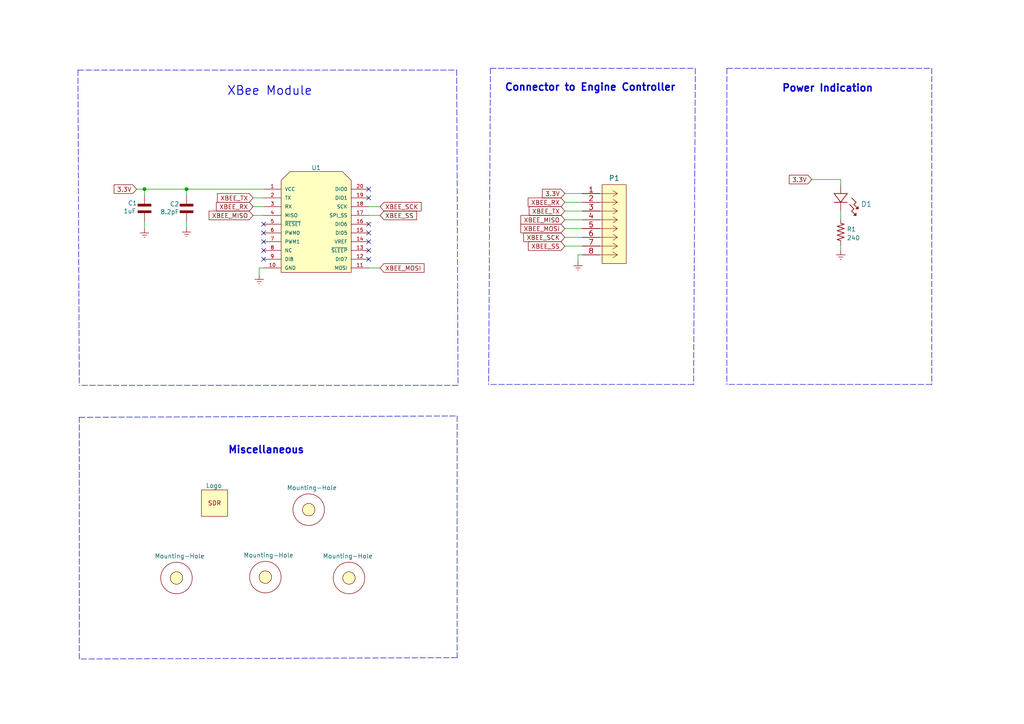
<source format=kicad_sch>
(kicad_sch (version 20211123) (generator eeschema)
  (paper "A4")
  (title_block (title "Wireless Module") (date "2023-02-27") (rev "1.0") (company "Sun Devil Rocketry") (comment 1 "Author: Colton Acosta"))
  (lib_symbols
    (symbol "Earth_2" (power) (pin_names (offset 0))
      (symbol "Earth_2_0_1"
        (polyline (pts (xy -0.635 -1.905) (xy 0.635 -1.905)))
        (polyline (pts (xy -0.127 -2.54) (xy 0.127 -2.54)))
        (polyline (pts (xy 0 -1.27) (xy 0 0)))
        (polyline (pts (xy 1.27 -1.27) (xy -1.27 -1.27)))
      )
      (symbol "Earth_2_1_1"
        (pin power_in line (at 0 0 270) (length 0) hide (name "Earth") (number "1"))
      )
    )
    (symbol "Engine-Controller:5015680807" (pin_names (offset 0.254) hide)
      (property "Reference" "P" (at 8.89 6.35 0))
      (symbol "5015680807_0_1"
        (rectangle (start 5.715 2.54) (end 12.7 -20.32) (stroke (width 0.1524)) (fill (type background)))
      )
      (symbol "5015680807_1_1"
        (polyline (pts (xy 10.16 -17.78) (xy 5.08 -17.78)) (stroke (width 0.127)))
        (polyline (pts (xy 10.16 -17.78) (xy 8.89 -18.6182)) (stroke (width 0.127)))
        (polyline (pts (xy 10.16 -17.78) (xy 8.89 -16.9418)) (stroke (width 0.127)))
        (polyline (pts (xy 10.16 -15.24) (xy 5.08 -15.24)) (stroke (width 0.127)))
        (polyline (pts (xy 10.16 -15.24) (xy 8.89 -16.0782)) (stroke (width 0.127)))
        (polyline (pts (xy 10.16 -15.24) (xy 8.89 -14.4018)) (stroke (width 0.127)))
        (polyline (pts (xy 10.16 -12.7) (xy 5.08 -12.7)) (stroke (width 0.127)))
        (polyline (pts (xy 10.16 -12.7) (xy 8.89 -13.5382)) (stroke (width 0.127)))
        (polyline (pts (xy 10.16 -12.7) (xy 8.89 -11.8618)) (stroke (width 0.127)))
        (polyline (pts (xy 10.16 -10.16) (xy 5.08 -10.16)) (stroke (width 0.127)))
        (polyline (pts (xy 10.16 -10.16) (xy 8.89 -10.9982)) (stroke (width 0.127)))
        (polyline (pts (xy 10.16 -10.16) (xy 8.89 -9.3218)) (stroke (width 0.127)))
        (polyline (pts (xy 10.16 -7.62) (xy 5.08 -7.62)) (stroke (width 0.127)))
        (polyline (pts (xy 10.16 -7.62) (xy 8.89 -8.4582)) (stroke (width 0.127)))
        (polyline (pts (xy 10.16 -7.62) (xy 8.89 -6.7818)) (stroke (width 0.127)))
        (polyline (pts (xy 10.16 -5.08) (xy 5.08 -5.08)) (stroke (width 0.127)))
        (polyline (pts (xy 10.16 -5.08) (xy 8.89 -5.9182)) (stroke (width 0.127)))
        (polyline (pts (xy 10.16 -5.08) (xy 8.89 -4.2418)) (stroke (width 0.127)))
        (polyline (pts (xy 10.16 -2.54) (xy 5.08 -2.54)) (stroke (width 0.127)))
        (polyline (pts (xy 10.16 -2.54) (xy 8.89 -3.3782)) (stroke (width 0.127)))
        (polyline (pts (xy 10.16 -2.54) (xy 8.89 -1.7018)) (stroke (width 0.127)))
        (polyline (pts (xy 10.16 0) (xy 5.08 0)) (stroke (width 0.127)))
        (polyline (pts (xy 10.16 0) (xy 8.89 -0.8382)) (stroke (width 0.127)))
        (polyline (pts (xy 10.16 0) (xy 8.89 0.8382)) (stroke (width 0.127)))
        (pin passive line (at 0 0 0) (length 5.08) (name "1") (number "1"))
        (pin passive line (at 0 -2.54 0) (length 5.08) (name "2") (number "2"))
        (pin passive line (at 0 -5.08 0) (length 5.08) (name "3") (number "3"))
        (pin passive line (at 0 -7.62 0) (length 5.08) (name "4") (number "4"))
        (pin passive line (at 0 -10.16 0) (length 5.08) (name "5") (number "5"))
        (pin passive line (at 0 -12.7 0) (length 5.08) (name "6") (number "6"))
        (pin passive line (at 0 -15.24 0) (length 5.08) (name "7") (number "7"))
        (pin passive line (at 0 -17.78 0) (length 5.08) (name "8") (number "8"))
      )
    )
    (symbol "Engine-Controller:Logo" (pin_names (offset 1.016))
      (property "Reference" "LOGO" (at 0 5.08 0))
      (property "Value" "Engine-Controller_Logo" (at 0 -5.08 0))
      (symbol "Logo_0_0"
        (text "SDR" (at 0 0 0) (effects (font (size 1.27 1.27))))
      )
      (symbol "Logo_0_1"
        (rectangle (start -3.81 3.81) (end 3.81 -3.81) (fill (type background)))
      )
    )
    (symbol "Engine-Controller:Mounting-Hole" (pin_names (offset 1.016))
      (property "Reference" "H" (at 0 6.35 0))
      (property "Value" "Engine-Controller_Mounting-Hole" (at 0 -5.08 0))
      (symbol "Mounting-Hole_0_1"
        (circle (center 0 0) (radius 1.8034) (fill (type background)))
        (circle (center 0 0) (radius 4.572))
      )
    )
    (symbol "Ground-Station-Telemetry:Earth" (power) (pin_names (offset 0))
      (symbol "Earth_0_1"
        (polyline (pts (xy -0.635 -1.905) (xy 0.635 -1.905)))
        (polyline (pts (xy -0.127 -2.54) (xy 0.127 -2.54)))
        (polyline (pts (xy 0 -1.27) (xy 0 0)))
        (polyline (pts (xy 1.27 -1.27) (xy -1.27 -1.27)))
      )
      (symbol "Earth_1_1"
        (pin power_in line (at 0 0 270) (length 0) hide (name "Earth") (number "1"))
      )
    )
    (symbol "Ground-Station-Telemetry:XB24CDMPIT-001" (pin_names (offset 1.016))
      (property "Reference" "U" (at -3.175 16.51 0))
      (symbol "XB24CDMPIT-001_0_0"
        (pin bidirectional line (at -15.24 10.16 0) (length 5.08) (name "VCC") (number "1"))
        (pin bidirectional line (at -15.24 -12.7 0) (length 5.08) (name "GND") (number "10"))
        (pin bidirectional line (at 15.24 -12.7 180) (length 5.08) (name "MOSI") (number "11"))
        (pin bidirectional line (at 15.24 -10.16 180) (length 5.08) (name "DI07") (number "12"))
        (pin bidirectional line (at 15.24 -7.62 180) (length 5.08) (name "~{SLEEP}") (number "13"))
        (pin bidirectional line (at 15.24 -5.08 180) (length 5.08) (name "VREF") (number "14"))
        (pin bidirectional line (at 15.24 -2.54 180) (length 5.08) (name "DI05") (number "15"))
        (pin bidirectional line (at 15.24 0 180) (length 5.08) (name "DIO6") (number "16"))
        (pin bidirectional line (at 15.24 2.54 180) (length 5.08) (name "SPI_SS") (number "17"))
        (pin bidirectional line (at 15.24 5.08 180) (length 5.08) (name "SCK") (number "18"))
        (pin bidirectional line (at 15.24 7.62 180) (length 5.08) (name "DIO1") (number "19"))
        (pin bidirectional line (at -15.24 7.62 0) (length 5.08) (name "TX") (number "2"))
        (pin bidirectional line (at 15.24 10.16 180) (length 5.08) (name "DIO0") (number "20"))
        (pin bidirectional line (at -15.24 5.08 0) (length 5.08) (name "RX") (number "3"))
        (pin bidirectional line (at -15.24 2.54 0) (length 5.08) (name "MISO") (number "4"))
        (pin bidirectional line (at -15.24 0 0) (length 5.08) (name "~{RESET}") (number "5"))
        (pin bidirectional line (at -15.24 -2.54 0) (length 5.08) (name "PWM0") (number "6"))
        (pin bidirectional line (at -15.24 -5.08 0) (length 5.08) (name "PWM1") (number "7"))
        (pin bidirectional line (at -15.24 -7.62 0) (length 5.08) (name "NC") (number "8"))
        (pin bidirectional line (at -15.24 -10.16 0) (length 5.08) (name "DI8") (number "9"))
      )
      (symbol "XB24CDMPIT-001_1_1"
        (polyline (pts (xy -10.16 -13.97) (xy -10.16 12.7) (xy -7.62 15.24) (xy 7.62 15.24) (xy 10.16 12.7) (xy 10.16 -13.97) (xy -10.16 -13.97)) (stroke (width 0.1524)) (fill (type background)))
      )
    )
    (symbol "Wireless-Module:CAP_0603" (pin_numbers hide) (pin_names (offset 1.016) hide)
      (property "Reference" "C" (at -1.27 3.81 0))
      (property "Value" "CAP_0603" (at -3.81 -3.81 0))
      (symbol "CAP_0603_0_0"
        (rectangle (start -1.27 -1.905) (end -0.635 1.905) (fill (type outline)))
        (rectangle (start 0.635 -1.905) (end 1.27 1.905) (fill (type outline)))
        (pin passive line (at 3.81 0 180) (length 2.54) (name "~") (number "1"))
        (pin passive line (at -3.81 0 0) (length 2.54) (name "~") (number "2"))
      )
    )
    (symbol "Wireless-Module:Earth" (power) (pin_names (offset 0))
      (symbol "Earth_0_1"
        (polyline (pts (xy -0.635 -1.905) (xy 0.635 -1.905)))
        (polyline (pts (xy -0.127 -2.54) (xy 0.127 -2.54)))
        (polyline (pts (xy 0 -1.27) (xy 0 0)))
        (polyline (pts (xy 1.27 -1.27) (xy -1.27 -1.27)))
      )
      (symbol "Earth_1_1"
        (pin power_in line (at 0 0 270) (length 0) hide (name "Earth") (number "1"))
      )
    )
    (symbol "Wireless-Module:RES_0603" (pin_numbers hide) (pin_names (offset 1.016) hide)
      (property "Reference" "R" (at -1.27 1.27 0))
      (property "Value" "RES_0603" (at -3.81 -2.54 0))
      (symbol "RES_0603_0_0"
        (polyline (pts (xy -2.54 0) (xy -2.159 1.016)) (stroke (width 0.2032)))
        (polyline (pts (xy -2.159 1.016) (xy -1.524 -1.016)) (stroke (width 0.2032)))
        (polyline (pts (xy -1.524 -1.016) (xy -0.889 1.016)) (stroke (width 0.2032)))
        (polyline (pts (xy -0.889 1.016) (xy -0.254 -1.016)) (stroke (width 0.2032)))
        (polyline (pts (xy -0.254 -1.016) (xy 0.381 1.016)) (stroke (width 0.2032)))
        (polyline (pts (xy 0.381 1.016) (xy 1.016 -1.016)) (stroke (width 0.2032)))
        (polyline (pts (xy 1.016 -1.016) (xy 1.651 1.016)) (stroke (width 0.2032)))
        (polyline (pts (xy 1.651 1.016) (xy 2.286 -1.016)) (stroke (width 0.2032)))
        (polyline (pts (xy 2.286 -1.016) (xy 2.54 0)) (stroke (width 0.2032)))
        (pin passive line (at -3.81 0 0) (length 1.27) (name "~") (number "1"))
        (pin passive line (at 3.81 0 180) (length 1.27) (name "~") (number "2"))
      )
    )
    (symbol "Wireless-Module:SML-LX1206GC-TR" (pin_numbers hide) (pin_names hide)
      (property "Reference" "D" (at 3.81 5.08 0))
      (symbol "SML-LX1206GC-TR_1_1"
        (polyline (pts (xy -1.905 0) (xy 1.905 0)) (stroke (width 0.2032)))
        (polyline (pts (xy -1.905 2.54) (xy 0 0)) (stroke (width 0.2032)))
        (polyline (pts (xy 0 0) (xy 0 -1.27)) (stroke (width 0.1524)))
        (polyline (pts (xy 0 0) (xy 1.905 2.54)) (stroke (width 0.2032)))
        (polyline (pts (xy 0 3.175) (xy 0 2.54)) (stroke (width 0.1524)))
        (polyline (pts (xy 0 3.81) (xy 0 2.8702)) (stroke (width 0.1524)))
        (polyline (pts (xy 1.905 2.54) (xy -1.905 2.54)) (stroke (width 0.2032)))
        (polyline (pts (xy 2.54 -0.635) (xy 3.81 -1.905)) (stroke (width 0.2032)))
        (polyline (pts (xy 3.175 -2.54) (xy 4.445 -3.81)) (stroke (width 0.2032)))
        (polyline (pts (xy 3.175 1.27) (xy 4.445 0)) (stroke (width 0.2032)))
        (polyline (pts (xy 3.81 -3.81) (xy 4.445 -3.81)) (stroke (width 0.2032)))
        (polyline (pts (xy 3.81 -1.905) (xy 3.175 -2.54)) (stroke (width 0.2032)))
        (polyline (pts (xy 3.81 -0.635) (xy 5.08 -1.905)) (stroke (width 0.2032)))
        (polyline (pts (xy 4.445 -3.81) (xy 4.445 -3.175)) (stroke (width 0.2032)))
        (polyline (pts (xy 4.445 -3.175) (xy 3.81 -3.81)) (stroke (width 0.2032)))
        (polyline (pts (xy 4.445 -1.905) (xy 5.08 -1.905)) (stroke (width 0.2032)))
        (polyline (pts (xy 4.445 0) (xy 3.81 -0.635)) (stroke (width 0.2032)))
        (polyline (pts (xy 5.08 -1.905) (xy 5.08 -1.27)) (stroke (width 0.2032)))
        (polyline (pts (xy 5.08 -1.27) (xy 4.445 -1.905)) (stroke (width 0.2032)))
        (pin passive line (at 0 -2.54 90) (length 1.27) (name "1") (number "1"))
        (pin passive line (at 0 5.08 270) (length 1.27) (name "2") (number "2"))
      )
    )
  )
  (junction (at 41.91 54.864))
  (junction (at 54.102 54.864))
  (no_connect (at 76.454 70.104))
  (no_connect (at 106.934 54.864))
  (no_connect (at 106.934 75.184))
  (no_connect (at 106.934 72.644))
  (no_connect (at 106.934 65.024))
  (no_connect (at 76.454 65.024))
  (no_connect (at 76.454 72.644))
  (no_connect (at 106.934 57.404))
  (no_connect (at 76.454 75.184))
  (no_connect (at 106.934 67.564))
  (no_connect (at 76.454 67.564))
  (no_connect (at 106.934 70.104))
  (wire (pts (xy 73.406 62.484) (xy 76.454 62.484)))
  (wire (pts (xy 106.934 77.724) (xy 110.236 77.724)))
  (polyline (pts (xy 270.256 111.506) (xy 210.82 111.506)))
  (wire (pts (xy 75.184 77.724) (xy 75.184 79.756)))
  (wire (pts (xy 163.83 61.214) (xy 168.91 61.214)))
  (wire (pts (xy 54.102 54.864) (xy 76.454 54.864)))
  (wire (pts (xy 163.83 66.294) (xy 168.91 66.294)))
  (wire (pts (xy 41.91 54.864) (xy 54.102 54.864)))
  (wire (pts (xy 54.102 64.262) (xy 54.102 66.04)))
  (wire (pts (xy 163.83 71.374) (xy 168.91 71.374)))
  (polyline (pts (xy 132.461 20.32) (xy 132.842 111.76)))
  (wire (pts (xy 168.91 73.914) (xy 167.64 73.914)))
  (polyline (pts (xy 142.24 19.812) (xy 141.732 111.506)))
  (wire (pts (xy 41.91 64.262) (xy 41.91 66.294)))
  (polyline (pts (xy 22.606 20.32) (xy 22.987 111.76)))
  (wire (pts (xy 106.934 62.484) (xy 110.236 62.484)))
  (wire (pts (xy 235.458 52.07) (xy 243.84 52.07)))
  (polyline (pts (xy 210.82 19.812) (xy 210.82 111.506)))
  (wire (pts (xy 243.84 71.12) (xy 243.84 72.644)))
  (polyline (pts (xy 22.606 20.32) (xy 132.461 20.32)))
  (wire (pts (xy 243.84 61.214) (xy 243.84 63.5)))
  (wire (pts (xy 76.454 77.724) (xy 75.184 77.724)))
  (polyline (pts (xy 132.588 120.65) (xy 132.588 190.754)))
  (wire (pts (xy 73.406 59.944) (xy 76.454 59.944)))
  (polyline (pts (xy 270.256 19.812) (xy 270.256 111.506)))
  (wire (pts (xy 167.64 73.914) (xy 167.64 75.819)))
  (polyline (pts (xy 142.24 19.812) (xy 201.676 19.812)))
  (polyline (pts (xy 201.168 111.506) (xy 141.732 111.506)))
  (wire (pts (xy 39.624 54.864) (xy 41.91 54.864)))
  (wire (pts (xy 73.406 57.404) (xy 76.454 57.404)))
  (wire (pts (xy 163.83 56.134) (xy 168.91 56.134)))
  (polyline (pts (xy 22.987 121.031) (xy 132.588 120.65)))
  (polyline (pts (xy 22.987 191.135) (xy 22.987 121.031)))
  (wire (pts (xy 163.83 58.674) (xy 168.91 58.674)))
  (wire (pts (xy 41.91 54.864) (xy 41.91 56.642)))
  (wire (pts (xy 106.934 59.944) (xy 110.236 59.944)))
  (wire (pts (xy 243.84 52.07) (xy 243.84 53.594)))
  (polyline (pts (xy 132.588 190.754) (xy 22.987 191.135)))
  (wire (pts (xy 163.83 68.834) (xy 168.91 68.834)))
  (wire (pts (xy 163.83 63.754) (xy 168.91 63.754)))
  (polyline (pts (xy 210.82 19.812) (xy 270.256 19.812)))
  (polyline (pts (xy 201.676 19.812) (xy 201.168 111.506)))
  (wire (pts (xy 54.102 54.864) (xy 54.102 56.642)))
  (polyline (pts (xy 132.842 111.76) (xy 22.987 111.76)))
  (text "XBee Module" (at 65.786 27.94 0) (effects (font (size 2.54 2.54) (thickness 0.254) bold) (justify left bottom)))
  (text "Connector to Engine Controller" (at 146.304 26.67 0) (effects (font (size 2.08 2.08) (thickness 0.416) bold) (justify left bottom)))
  (text "Miscellaneous" (at 66.04 131.826 0) (effects (font (size 2.08 2.08) (thickness 0.416) bold) (justify left bottom)))
  (text "Power Indication" (at 226.695 26.924 0) (effects (font (size 2.08 2.08) (thickness 0.416) bold) (justify left bottom)))
  (global_label "XBEE_SCK" (shape input) (at 110.236 59.944 0) (property "Intersheet References" "${INTERSHEET_REFS}" (effects hide)))
  (global_label "3.3V" (shape input) (at 163.83 56.134 180) (property "Intersheet References" "${INTERSHEET_REFS}" (effects hide)))
  (global_label "XBEE_RX" (shape input) (at 163.83 58.674 180) (property "Intersheet References" "${INTERSHEET_REFS}" (effects hide)))
  (global_label "XBEE_TX" (shape input) (at 163.83 61.214 180) (property "Intersheet References" "${INTERSHEET_REFS}" (effects hide)))
  (global_label "XBEE_MOSI" (shape input) (at 110.236 77.724 0) (property "Intersheet References" "${INTERSHEET_REFS}" (effects hide)))
  (global_label "XBEE_MOSI" (shape input) (at 163.83 66.294 180) (property "Intersheet References" "${INTERSHEET_REFS}" (effects hide)))
  (global_label "3.3V" (shape input) (at 39.624 54.864 180) (property "Intersheet References" "${INTERSHEET_REFS}" (effects hide)))
  (global_label "XBEE_TX" (shape input) (at 73.406 57.404 180) (property "Intersheet References" "${INTERSHEET_REFS}" (effects hide)))
  (global_label "XBEE_SS" (shape input) (at 163.83 71.374 180) (property "Intersheet References" "${INTERSHEET_REFS}" (effects hide)))
  (global_label "XBEE_SCK" (shape input) (at 163.83 68.834 180) (property "Intersheet References" "${INTERSHEET_REFS}" (effects hide)))
  (global_label "XBEE_MISO" (shape input) (at 73.406 62.484 180) (property "Intersheet References" "${INTERSHEET_REFS}" (effects hide)))
  (global_label "XBEE_SS" (shape input) (at 110.236 62.484 0) (property "Intersheet References" "${INTERSHEET_REFS}" (effects hide)))
  (global_label "XBEE_RX" (shape input) (at 73.406 59.944 180) (property "Intersheet References" "${INTERSHEET_REFS}" (effects hide)))
  (global_label "XBEE_MISO" (shape input) (at 163.83 63.754 180) (property "Intersheet References" "${INTERSHEET_REFS}" (effects hide)))
  (global_label "3.3V" (shape input) (at 235.458 52.07 180) (property "Intersheet References" "${INTERSHEET_REFS}" (effects hide)))
  (symbol (lib_name "Earth_2") (lib_id "Engine-Controller:Earth") (at 167.64 75.819 0) (unit 1)
    (property "Reference" "#PWR02" (effects hide))
    (property "Value" "Earth" (effects hide))
  )
  (symbol (lib_id "Engine-Controller:Logo") (at 62.23 145.923 0) (unit 1)
    (property "Reference" "LOGO1" (effects hide))
    (property "Value" "Logo" (at 59.69 140.843 0) (effects (justify left)))
    (property "Footprint" "Wireless-Module:Logo" (effects hide))
  )
  (symbol (lib_id "Engine-Controller:Mounting-Hole") (at 76.962 167.386 0) (unit 1)
    (property "Reference" "H2" (effects hide))
    (property "Value" "Mounting-Hole" (at 70.612 161.036 0) (effects (justify left)))
    (property "Footprint" "Wireless-Module:MountingHole_4.3mm_M4_DIN965" (effects hide))
  )
  (symbol (lib_id "Wireless-Module:RES_0603") (at 243.84 67.31 90) (unit 1)
    (property "Reference" "R1" (at 245.5926 66.4753 90) (effects (justify right)))
    (property "Value" "240" (at 245.5926 69.0122 90) (effects (justify right)))
    (property "Footprint" "Wireless-Module:RES_0603" (effects hide))
  )
  (symbol (lib_id "Wireless-Module:SML-LX1206GC-TR") (at 243.84 58.674 0) (unit 1)
    (property "Reference" "D1" (at 249.6566 59.2072 0) (effects (font (size 1.524 1.524)) (justify left)))
    (property "Value" "SML-LX1206GC-TR" (effects hide))
    (property "Footprint" "Wireless-Module:SML-LX1206GC-TR" (effects hide))
  )
  (symbol (lib_id "Ground-Station-Telemetry:Earth") (at 75.184 79.756 0) (unit 1)
    (property "Reference" "#PWR01" (effects hide))
    (property "Value" "Earth" (effects hide))
  )
  (symbol (lib_id "Engine-Controller:5015680807") (at 168.91 56.134 0) (unit 1)
    (property "Reference" "P1" (at 176.53 51.689 0) (effects (font (size 1.524 1.524)) (justify left)))
    (property "Value" "5015680807" (effects hide))
    (property "Footprint" "Wireless-Module:5015680807" (effects hide))
  )
  (symbol (lib_id "Ground-Station-Telemetry:Earth") (at 41.91 66.294 0) (unit 1)
    (property "Reference" "#PWR0102" (effects hide))
    (property "Value" "Earth" (effects hide))
  )
  (symbol (lib_id "Ground-Station-Telemetry:Earth") (at 54.102 66.04 0) (unit 1)
    (property "Reference" "#PWR0101" (effects hide))
    (property "Value" "Earth" (effects hide))
  )
  (symbol (lib_id "Wireless-Module:CAP_0603") (at 54.102 60.452 90) (unit 1)
    (property "Reference" "C2" (at 49.276 59.182 90) (effects (justify right)))
    (property "Value" "8.2pF" (at 46.482 61.468 90) (effects (justify right)))
    (property "Footprint" "Wireless-Module:CAP_0603" (effects hide))
  )
  (symbol (lib_id "Engine-Controller:Mounting-Hole") (at 101.219 167.64 0) (unit 1)
    (property "Reference" "H4" (effects hide))
    (property "Value" "Mounting-Hole" (at 93.599 161.29 0) (effects (justify left)))
    (property "Footprint" "Wireless-Module:MountingHole_4.3mm_M4_DIN965" (effects hide))
  )
  (symbol (lib_id "Ground-Station-Telemetry:XB24CDMPIT-001") (at 91.694 65.024 0) (unit 1)
    (property "Reference" "U1" (at 91.694 48.672 0))
    (property "Value" "XB24CDMPIT-001" (effects hide))
    (property "Footprint" "Wireless-Module:XBee" (effects hide))
  )
  (symbol (lib_id "Wireless-Module:Earth") (at 243.84 72.644 0) (unit 1)
    (property "Reference" "#PWR03" (effects hide))
    (property "Value" "Earth" (effects hide))
  )
  (symbol (lib_id "Engine-Controller:Mounting-Hole") (at 89.535 147.828 0) (unit 1)
    (property "Reference" "H3" (effects hide))
    (property "Value" "Mounting-Hole" (at 83.185 141.478 0) (effects (justify left)))
    (property "Footprint" "Wireless-Module:MountingHole_4.3mm_M4_DIN965" (effects hide))
  )
  (symbol (lib_id "Wireless-Module:CAP_0603") (at 41.91 60.452 90) (unit 1)
    (property "Reference" "C1" (at 37.084 58.928 90) (effects (justify right)))
    (property "Value" "1uF" (at 35.814 61.214 90) (effects (justify right)))
    (property "Footprint" "Wireless-Module:CAP_0603" (effects hide))
  )
  (symbol (lib_id "Engine-Controller:Mounting-Hole") (at 51.181 167.64 0) (unit 1)
    (property "Reference" "H1" (effects hide))
    (property "Value" "Mounting-Hole" (at 44.831 161.29 0) (effects (justify left)))
    (property "Footprint" "Wireless-Module:MountingHole_4.3mm_M4_DIN965" (effects hide))
  )
)
</source>
